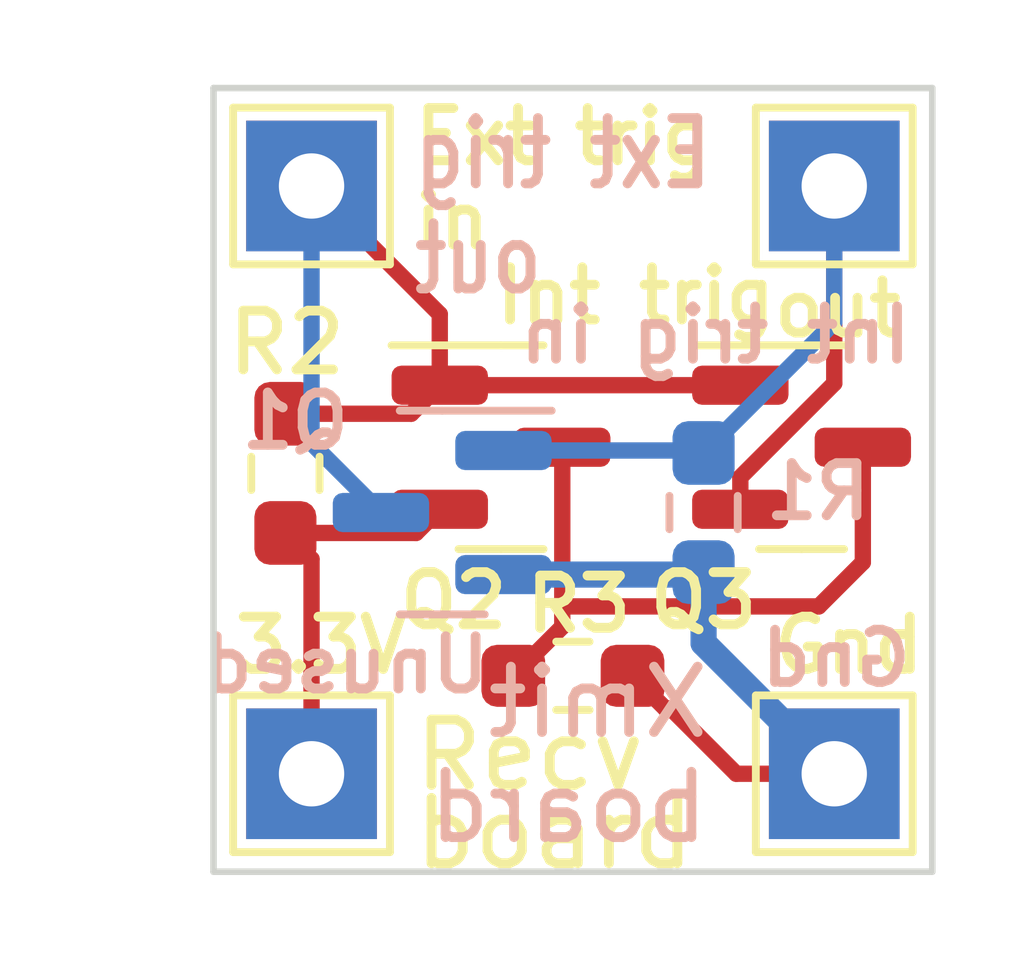
<source format=kicad_pcb>
(kicad_pcb (version 20220621) (generator pcbnew)
  (layers (0 "F.Cu" signal) (31 "B.Cu" signal) (34 "B.Paste" user) (35 "F.Paste" user) (36 "B.SilkS" user "B.Silkscreen") (37 "F.SilkS" user "F.Silkscreen") (38 "B.Mask" user) (39 "F.Mask" user) (44 "Edge.Cuts" user))
  (net 0 "")
  (net 1 "GND")
  (net 2 "VCC")
  (net 3 "Net-(Q2-D)")
  (net 4 "EXT_TRIG")
  (net 5 "INT_TRIG")
  (footprint "Package_TO_SOT_SMD:SOT-23" (layer "F.Cu") (at 156.5 62)
    (fp_text reference "Q3" (at -1.5 2.35) (layer "F.SilkS") (effects (font (size 0.8 0.8))))
    (fp_text value "BSS84")
    (fp_line (start 0 -1.56) (end -1.675 -1.56) (stroke (width 0.12)) (layer "F.SilkS"))
    (fp_line (start 0 -1.56) (end 0.65 -1.56) (stroke (width 0.12)) (layer "F.SilkS"))
    (fp_line (start 0 1.56) (end -0.65 1.56) (stroke (width 0.12)) (layer "F.SilkS"))
    (fp_line (start 0 1.56) (end 0.65 1.56) (stroke (width 0.12)) (layer "F.SilkS"))
    (pad "1" smd roundrect (at -0.9375 -0.95) (size 1.475 0.6) (layers "F.Cu" "F.Paste" "F.Mask") (net 4 "EXT_TRIG"))
    (pad "2" smd roundrect (at -0.9375 0.95) (size 1.475 0.6) (layers "F.Cu" "F.Paste" "F.Mask") (net 5 "INT_TRIG"))
    (pad "3" smd roundrect (at 0.9375 0) (size 1.475 0.6) (layers "F.Cu" "F.Paste" "F.Mask") (net 3 "Net-(Q2-D)"))
  )
  (footprint "TestPoint:TestPoint_THTPad_2.0x2.0mm_Drill1.0mm" (layer "F.Cu") (at 157 58)
    (fp_text reference "TP7" hide)
    (fp_text value "TP7")
    (fp_line (start -1.2 -1.2) (end 1.2 -1.2) (stroke (width 0.12)) (layer "F.SilkS"))
    (fp_line (start -1.2 1.2) (end -1.2 -1.2) (stroke (width 0.12)) (layer "F.SilkS"))
    (fp_line (start 1.2 -1.2) (end 1.2 1.2) (stroke (width 0.12)) (layer "F.SilkS"))
    (fp_line (start 1.2 1.2) (end -1.2 1.2) (stroke (width 0.12)) (layer "F.SilkS"))
    (pad "1" thru_hole rect (at 0 0) (size 2 2) (drill 1) (layers *.Cu *.Mask) (net 5 "INT_TRIG"))
  )
  (footprint "Resistor_SMD:R_0603_1608Metric_Pad0.98x0.95mm_HandSolder" (layer "F.Cu") (at 148.6 62.4 90)
    (fp_text reference "R2" (at 2 0.02 180) (layer "F.SilkS") (effects (font (size 0.9 0.9))))
    (fp_text value "100k")
    (fp_line (start -0.254724 -0.5225) (end 0.254724 -0.5225) (stroke (width 0.12)) (layer "F.SilkS"))
    (fp_line (start -0.254724 0.5225) (end 0.254724 0.5225) (stroke (width 0.12)) (layer "F.SilkS"))
    (pad "1" smd roundrect (at -0.9125 0 90) (size 0.975 0.95) (layers "F.Cu" "F.Paste" "F.Mask") (net 2 "VCC"))
    (pad "2" smd roundrect (at 0.9125 0 90) (size 0.975 0.95) (layers "F.Cu" "F.Paste" "F.Mask") (net 4 "EXT_TRIG"))
  )
  (footprint "Package_TO_SOT_SMD:SOT-23" (layer "F.Cu") (at 151.9 62)
    (fp_text reference "Q2" (at -0.725 2.35) (layer "F.SilkS") (effects (font (size 0.8 0.8))))
    (fp_text value "BSS84")
    (fp_line (start 0 -1.56) (end -1.675 -1.56) (stroke (width 0.12)) (layer "F.SilkS"))
    (fp_line (start 0 -1.56) (end 0.65 -1.56) (stroke (width 0.12)) (layer "F.SilkS"))
    (fp_line (start 0 1.56) (end -0.65 1.56) (stroke (width 0.12)) (layer "F.SilkS"))
    (fp_line (start 0 1.56) (end 0.65 1.56) (stroke (width 0.12)) (layer "F.SilkS"))
    (pad "1" smd roundrect (at -0.9375 -0.95) (size 1.475 0.6) (layers "F.Cu" "F.Paste" "F.Mask") (net 4 "EXT_TRIG"))
    (pad "2" smd roundrect (at -0.9375 0.95) (size 1.475 0.6) (layers "F.Cu" "F.Paste" "F.Mask") (net 2 "VCC"))
    (pad "3" smd roundrect (at 0.9375 0) (size 1.475 0.6) (layers "F.Cu" "F.Paste" "F.Mask") (net 3 "Net-(Q2-D)"))
  )
  (footprint "Resistor_SMD:R_0603_1608Metric_Pad0.98x0.95mm_HandSolder" (layer "F.Cu") (at 153 65.5 180)
    (fp_text reference "R3" (at -0.090552 1.0975) (layer "F.SilkS") (effects (font (size 0.8 0.8))))
    (fp_text value "100k")
    (fp_line (start -0.254724 -0.5225) (end 0.254724 -0.5225) (stroke (width 0.12)) (layer "F.SilkS"))
    (fp_line (start -0.254724 0.5225) (end 0.254724 0.5225) (stroke (width 0.12)) (layer "F.SilkS"))
    (pad "1" smd roundrect (at -0.9125 0 180) (size 0.975 0.95) (layers "F.Cu" "F.Paste" "F.Mask") (net 1 "GND"))
    (pad "2" smd roundrect (at 0.9125 0 180) (size 0.975 0.95) (layers "F.Cu" "F.Paste" "F.Mask") (net 3 "Net-(Q2-D)"))
  )
  (footprint "TestPoint:TestPoint_THTPad_2.0x2.0mm_Drill1.0mm" (layer "F.Cu") (at 149 67)
    (fp_text reference "TP6" hide)
    (fp_text value "TP6")
    (fp_line (start -1.2 -1.2) (end 1.2 -1.2) (stroke (width 0.12)) (layer "F.SilkS"))
    (fp_line (start -1.2 1.2) (end -1.2 -1.2) (stroke (width 0.12)) (layer "F.SilkS"))
    (fp_line (start 1.2 -1.2) (end 1.2 1.2) (stroke (width 0.12)) (layer "F.SilkS"))
    (fp_line (start 1.2 1.2) (end -1.2 1.2) (stroke (width 0.12)) (layer "F.SilkS"))
    (pad "1" thru_hole rect (at 0 0) (size 2 2) (drill 1) (layers *.Cu *.Mask) (net 2 "VCC"))
  )
  (footprint "TestPoint:TestPoint_THTPad_2.0x2.0mm_Drill1.0mm" (layer "F.Cu") (at 149 58)
    (fp_text reference "TP4" hide)
    (fp_text value "xmit_recv_tp")
    (fp_line (start -1.2 -1.2) (end 1.2 -1.2) (stroke (width 0.12)) (layer "F.SilkS"))
    (fp_line (start -1.2 1.2) (end -1.2 -1.2) (stroke (width 0.12)) (layer "F.SilkS"))
    (fp_line (start 1.2 -1.2) (end 1.2 1.2) (stroke (width 0.12)) (layer "F.SilkS"))
    (fp_line (start 1.2 1.2) (end -1.2 1.2) (stroke (width 0.12)) (layer "F.SilkS"))
    (pad "1" thru_hole rect (at 0 0) (size 2 2) (drill 1) (layers *.Cu *.Mask) (net 4 "EXT_TRIG"))
  )
  (footprint "TestPoint:TestPoint_THTPad_2.0x2.0mm_Drill1.0mm" (layer "F.Cu") (at 157 67)
    (fp_text reference "TP5" hide)
    (fp_text value "GND_TP")
    (fp_line (start -1.2 -1.2) (end 1.2 -1.2) (stroke (width 0.12)) (layer "F.SilkS"))
    (fp_line (start -1.2 1.2) (end -1.2 -1.2) (stroke (width 0.12)) (layer "F.SilkS"))
    (fp_line (start 1.2 -1.2) (end 1.2 1.2) (stroke (width 0.12)) (layer "F.SilkS"))
    (fp_line (start 1.2 1.2) (end -1.2 1.2) (stroke (width 0.12)) (layer "F.SilkS"))
    (pad "1" thru_hole rect (at 0 0) (size 2 2) (drill 1) (layers *.Cu *.Mask) (net 1 "GND"))
  )
  (footprint "Package_TO_SOT_SMD:SOT-23" (layer "B.Cu") (at 151 63 180)
    (fp_text reference "Q1" (at 2.25 1.4) (layer "B.SilkS") (effects (font (size 0.8 0.8)) (justify mirror)))
    (fp_text value "2N7002")
    (fp_line (start 0 -1.56) (end -0.65 -1.56) (stroke (width 0.12)) (layer "B.SilkS"))
    (fp_line (start 0 -1.56) (end 0.65 -1.56) (stroke (width 0.12)) (layer "B.SilkS"))
    (fp_line (start 0 1.56) (end -1.675 1.56) (stroke (width 0.12)) (layer "B.SilkS"))
    (fp_line (start 0 1.56) (end 0.65 1.56) (stroke (width 0.12)) (layer "B.SilkS"))
    (pad "1" smd roundrect (at -0.9375 0.95 180) (size 1.475 0.6) (layers "B.Cu" "B.Paste" "B.Mask") (net 5 "INT_TRIG"))
    (pad "2" smd roundrect (at -0.9375 -0.95 180) (size 1.475 0.6) (layers "B.Cu" "B.Paste" "B.Mask") (net 1 "GND"))
    (pad "3" smd roundrect (at 0.9375 0 180) (size 1.475 0.6) (layers "B.Cu" "B.Paste" "B.Mask") (net 4 "EXT_TRIG"))
  )
  (footprint "Resistor_SMD:R_0603_1608Metric_Pad0.98x0.95mm_HandSolder" (layer "B.Cu") (at 155 63 -90)
    (fp_text reference "R1" (at -0.32 -1.75 180) (layer "B.SilkS") (effects (font (size 0.8 0.8)) (justify mirror)))
    (fp_text value "100k")
    (fp_line (start -0.254724 -0.5225) (end 0.254724 -0.5225) (stroke (width 0.12)) (layer "B.SilkS"))
    (fp_line (start -0.254724 0.5225) (end 0.254724 0.5225) (stroke (width 0.12)) (layer "B.SilkS"))
    (pad "1" smd roundrect (at -0.9125 0 270) (size 0.975 0.95) (layers "B.Cu" "B.Paste" "B.Mask") (net 5 "INT_TRIG"))
    (pad "2" smd roundrect (at 0.9125 0 270) (size 0.975 0.95) (layers "B.Cu" "B.Paste" "B.Mask") (net 1 "GND"))
  )
  (gr_line (start 158.5 68.5) (end 158.5 56.5) (stroke (width 0.1)) (layer "Edge.Cuts"))
  (gr_line (start 147.5 68.5) (end 158.5 68.5) (stroke (width 0.1)) (layer "Edge.Cuts"))
  (gr_line (start 147.5 56.5) (end 147.5 68.5) (stroke (width 0.1)) (layer "Edge.Cuts"))
  (gr_line (start 158.5 56.5) (end 147.5 56.5) (stroke (width 0.1)) (layer "Edge.Cuts"))
  (gr_text "Unused" (at 151.8 65.8) (layer "B.SilkS") (effects (font (size 0.8 0.8)) (justify left bottom mirror)))
  (gr_text "Gnd" (at 158.25 65.7) (layer "B.SilkS") (effects (font (size 0.8 0.8)) (justify left bottom mirror)))
  (gr_text "Xmit\nboard" (at 155.15 68.1) (layer "B.SilkS") (effects (font (size 1 1)) (justify left bottom mirror)))
  (gr_text "Int trig in" (at 158.25 60.75) (layer "B.SilkS") (effects (font (size 0.8 0.8)) (justify left bottom mirror)))
  (gr_text "Ext trig\nout" (at 150.5 59.7) (layer "B.SilkS") (effects (font (size 1 0.8)) (justify right bottom mirror)))
  (gr_text "Recv" (at 150.5 67.3) (layer "F.SilkS") (effects (font (size 1 1)) (justify left bottom)))
  (gr_text "3.3V" (at 147.75 65.5) (layer "F.SilkS") (effects (font (size 0.8 0.8)) (justify left bottom)))
  (gr_text "Ext trig\nin" (at 150.5 59) (layer "F.SilkS") (effects (font (size 0.8 0.8)) (justify left bottom)))
  (gr_text "board" (at 150.5 68.5) (layer "F.SilkS") (effects (font (size 1 1)) (justify left bottom)))
  (gr_text "Int trig" (at 151.75 60.15) (layer "F.SilkS") (effects (font (size 0.8 0.8)) (justify left bottom)))
  (gr_text "Gnd" (at 156 65.5) (layer "F.SilkS") (effects (font (size 0.8 0.8)) (justify left bottom)))
  (gr_text "out" (at 156 60.35) (layer "F.SilkS") (effects (font (size 0.8 0.8)) (justify left bottom)))
  (segment (start 154.5 66) (end 154.4125 66) (width 0.25) (layer "F.Cu") (net 1))
  (segment (start 157 67) (end 155.5 67) (width 0.25) (layer "F.Cu") (net 1))
  (segment (start 154.4125 66) (end 153.9125 65.5) (width 0.25) (layer "F.Cu") (net 1))
  (segment (start 155.5 67) (end 154.5 66) (width 0.25) (layer "F.Cu") (net 1))
  (segment (start 155 63.9125) (end 155 65) (width 0.4) (layer "B.Cu") (net 1))
  (segment (start 155 65) (end 157 67) (width 0.4) (layer "B.Cu") (net 1))
  (segment (start 151.9375 63.95) (end 154.9625 63.95) (width 0.4) (layer "B.Cu") (net 1))
  (segment (start 154.9625 63.95) (end 155 63.9125) (width 0.4) (layer "B.Cu") (net 1))
  (segment (start 149 67) (end 149 63.7125) (width 0.25) (layer "F.Cu") (net 2))
  (segment (start 150.6 63.3125) (end 150.9625 62.95) (width 0.25) (layer "F.Cu") (net 2))
  (segment (start 149 63.7125) (end 148.6 63.3125) (width 0.25) (layer "F.Cu") (net 2))
  (segment (start 148.6 63.3125) (end 150.6 63.3125) (width 0.25) (layer "F.Cu") (net 2))
  (segment (start 157.4375 63.7625) (end 157.4375 62) (width 0.25) (layer "F.Cu") (net 3))
  (segment (start 152.8375 64.75) (end 152.8375 64.4375) (width 0.25) (layer "F.Cu") (net 3))
  (segment (start 152.8375 64.75) (end 152.0875 65.5) (width 0.25) (layer "F.Cu") (net 3))
  (segment (start 156.7625 64.4375) (end 157.4375 63.7625) (width 0.25) (layer "F.Cu") (net 3))
  (segment (start 152.8375 64.4375) (end 156.7625 64.4375) (width 0.25) (layer "F.Cu") (net 3))
  (segment (start 152.8375 64.4375) (end 152.8375 62) (width 0.25) (layer "F.Cu") (net 3))
  (segment (start 148.6 61.4875) (end 150.525 61.4875) (width 0.25) (layer "F.Cu") (net 4))
  (segment (start 155.5625 61.05) (end 150.9625 61.05) (width 0.25) (layer "F.Cu") (net 4))
  (segment (start 149 58) (end 150.9625 59.9625) (width 0.25) (layer "F.Cu") (net 4))
  (segment (start 150.9625 59.9625) (end 150.9625 61.05) (width 0.25) (layer "F.Cu") (net 4))
  (segment (start 150.525 61.4875) (end 150.9625 61.05) (width 0.25) (layer "F.Cu") (net 4))
  (segment (start 150.0625 63) (end 149 61.9375) (width 0.25) (layer "B.Cu") (net 4))
  (segment (start 149 61.9375) (end 149 58) (width 0.25) (layer "B.Cu") (net 4))
  (segment (start 155.5625 62.95) (end 155.5625 62.459251) (width 0.25) (layer "F.Cu") (net 5))
  (segment (start 155.5625 62.459251) (end 157 61.021751) (width 0.25) (layer "F.Cu") (net 5))
  (segment (start 157 61.021751) (end 157 58) (width 0.25) (layer "F.Cu") (net 5))
  (segment (start 157 58) (end 157 60.0875) (width 0.25) (layer "B.Cu") (net 5))
  (segment (start 151.9375 62.05) (end 154.9625 62.05) (width 0.25) (layer "B.Cu") (net 5))
  (segment (start 157 60.0875) (end 155 62.0875) (width 0.25) (layer "B.Cu") (net 5))
  (segment (start 154.9625 62.05) (end 155 62.0875) (width 0.4) (layer "B.Cu") (net 5))
)
</source>
